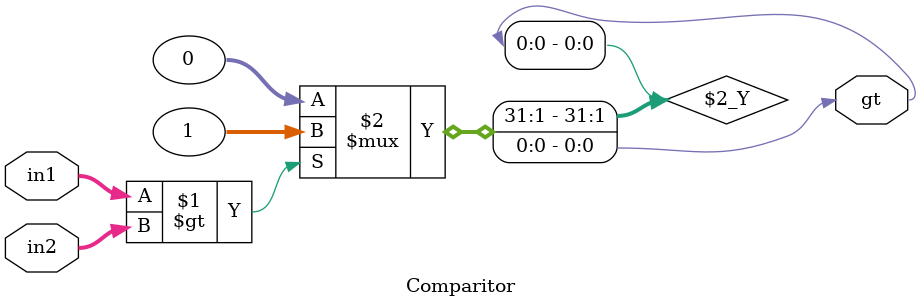
<source format=v>
`timescale 1ns / 1ps


module Comparitor(
    input [3:0] in1, in2,
    output gt
    );
 
    assign gt = (in1 > in2) ? 1 : 0;
    
endmodule

</source>
